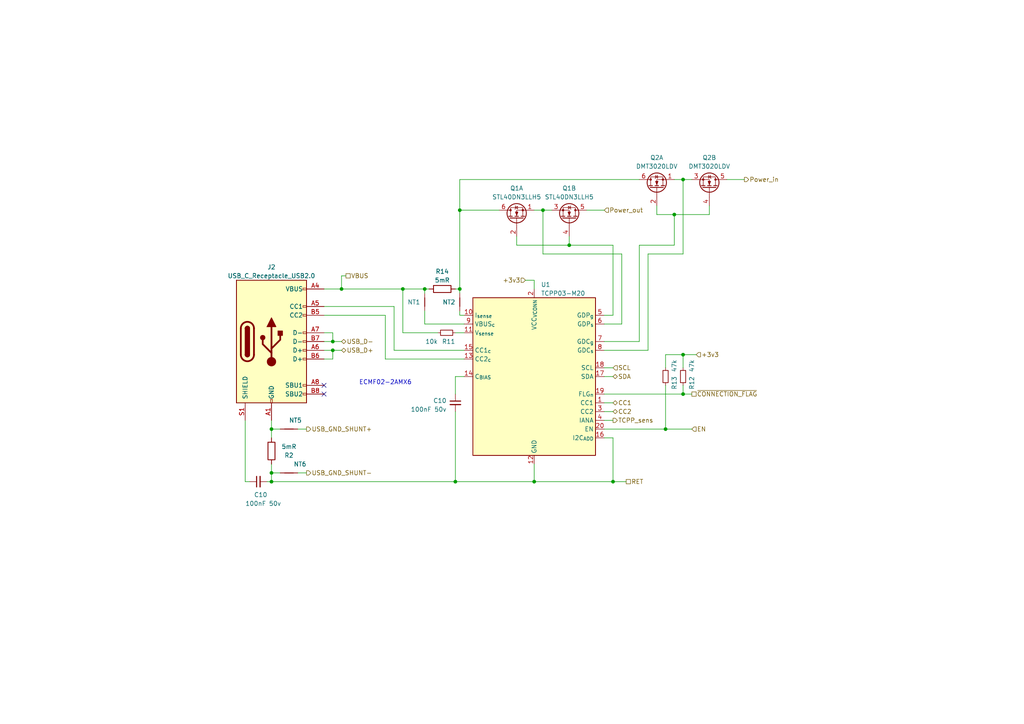
<source format=kicad_sch>
(kicad_sch (version 20230121) (generator eeschema)
  (paper "A4")
  (lib_symbols
    (symbol "Connector:USB_C_Receptacle_USB2.0" (pin_names (offset 1.016))
      (property "Reference" "J" (at -10.16 19.05 0))
      (property "Value" "USB_C_Receptacle_USB2.0" (at 19.05 19.05 0))
      (symbol "USB_C_Receptacle_USB2.0_0_0"
        (rectangle (start -0.254 -17.78) (end 0.254 -16.764))
        (rectangle (start 10.16 -14.986) (end 9.144 -15.494))
        (rectangle (start 10.16 -12.446) (end 9.144 -12.954))
        (rectangle (start 10.16 -4.826) (end 9.144 -5.334))
        (rectangle (start 10.16 -2.286) (end 9.144 -2.794))
        (rectangle (start 10.16 0.254) (end 9.144 -0.254))
        (rectangle (start 10.16 2.794) (end 9.144 2.286))
        (rectangle (start 10.16 7.874) (end 9.144 7.366))
        (rectangle (start 10.16 10.414) (end 9.144 9.906))
        (rectangle (start 10.16 15.494) (end 9.144 14.986))
      )
      (symbol "USB_C_Receptacle_USB2.0_0_1"
        (rectangle (start -10.16 17.78) (end 10.16 -17.78) (stroke (width 0.254)) (fill (type background)))
        (arc (start -8.89 -3.81) (mid -6.985 -5.7067) (end -5.08 -3.81) (stroke (width 0.508)))
        (arc (start -7.62 -3.81) (mid -6.985 -4.4423) (end -6.35 -3.81) (stroke (width 0.254)))
        (arc (start -7.62 -3.81) (mid -6.985 -4.4423) (end -6.35 -3.81) (stroke (width 0.254)) (fill (type outline)))
        (rectangle (start -7.62 -3.81) (end -6.35 3.81) (stroke (width 0.254)) (fill (type outline)))
        (arc (start -6.35 3.81) (mid -6.985 4.4423) (end -7.62 3.81) (stroke (width 0.254)))
        (arc (start -6.35 3.81) (mid -6.985 4.4423) (end -7.62 3.81) (stroke (width 0.254)) (fill (type outline)))
        (arc (start -5.08 3.81) (mid -6.985 5.7067) (end -8.89 3.81) (stroke (width 0.508)))
        (circle (center -2.54 1.143) (radius 0.635) (stroke (width 0.254)) (fill (type outline)))
        (circle (center 0 -5.842) (radius 1.27) (fill (type outline)))
        (polyline (pts (xy -8.89 -3.81) (xy -8.89 3.81)) (stroke (width 0.508)))
        (polyline (pts (xy -5.08 3.81) (xy -5.08 -3.81)) (stroke (width 0.508)))
        (polyline (pts (xy 0 -5.842) (xy 0 4.318)) (stroke (width 0.508)))
        (polyline (pts (xy 0 -3.302) (xy -2.54 -0.762) (xy -2.54 0.508)) (stroke (width 0.508)))
        (polyline (pts (xy 0 -2.032) (xy 2.54 0.508) (xy 2.54 1.778)) (stroke (width 0.508)))
        (polyline (pts (xy -1.27 4.318) (xy 0 6.858) (xy 1.27 4.318) (xy -1.27 4.318)) (stroke (width 0.254)) (fill (type outline)))
        (rectangle (start 1.905 1.778) (end 3.175 3.048) (stroke (width 0.254)) (fill (type outline)))
      )
      (symbol "USB_C_Receptacle_USB2.0_1_1"
        (pin passive line (at 0 -22.86 90) (length 5.08) (name "GND") (number "A1"))
        (pin passive line (at 0 -22.86 90) (length 5.08) hide (name "GND") (number "A12"))
        (pin passive line (at 15.24 15.24 180) (length 5.08) (name "VBUS") (number "A4"))
        (pin bidirectional line (at 15.24 10.16 180) (length 5.08) (name "CC1") (number "A5"))
        (pin bidirectional line (at 15.24 -2.54 180) (length 5.08) (name "D+") (number "A6"))
        (pin bidirectional line (at 15.24 2.54 180) (length 5.08) (name "D-") (number "A7"))
        (pin bidirectional line (at 15.24 -12.7 180) (length 5.08) (name "SBU1") (number "A8"))
        (pin passive line (at 15.24 15.24 180) (length 5.08) hide (name "VBUS") (number "A9"))
        (pin passive line (at 0 -22.86 90) (length 5.08) hide (name "GND") (number "B1"))
        (pin passive line (at 0 -22.86 90) (length 5.08) hide (name "GND") (number "B12"))
        (pin passive line (at 15.24 15.24 180) (length 5.08) hide (name "VBUS") (number "B4"))
        (pin bidirectional line (at 15.24 7.62 180) (length 5.08) (name "CC2") (number "B5"))
        (pin bidirectional line (at 15.24 -5.08 180) (length 5.08) (name "D+") (number "B6"))
        (pin bidirectional line (at 15.24 0 180) (length 5.08) (name "D-") (number "B7"))
        (pin bidirectional line (at 15.24 -15.24 180) (length 5.08) (name "SBU2") (number "B8"))
        (pin passive line (at 15.24 15.24 180) (length 5.08) hide (name "VBUS") (number "B9"))
        (pin passive line (at -7.62 -22.86 90) (length 5.08) (name "SHIELD") (number "S1"))
      )
    )
    (symbol "Device:C_Small" (pin_numbers hide) (pin_names (offset 0.254) hide)
      (property "Reference" "C" (at 0.254 1.778 0))
      (property "Value" "C_Small" (at 0.254 -2.032 0))
      (symbol "C_Small_0_1"
        (polyline (pts (xy -1.524 -0.508) (xy 1.524 -0.508)) (stroke (width 0.3302)))
        (polyline (pts (xy -1.524 0.508) (xy 1.524 0.508)) (stroke (width 0.3048)))
      )
      (symbol "C_Small_1_1"
        (pin passive line (at 0 2.54 270) (length 2.032) (name "~") (number "1"))
        (pin passive line (at 0 -2.54 90) (length 2.032) (name "~") (number "2"))
      )
    )
    (symbol "Device:NetTie_2" (pin_numbers hide) (pin_names (offset 0) hide) (in_bom no)
      (property "Reference" "NT" (at 0 1.27 0))
      (property "Value" "NetTie_2" (at 0 -1.27 0))
      (symbol "NetTie_2_0_1"
        (polyline (pts (xy -1.27 0) (xy 1.27 0)) (stroke (width 0.254)))
      )
      (symbol "NetTie_2_1_1"
        (pin passive line (at -2.54 0 0) (length 2.54) (name "1") (number "1"))
        (pin passive line (at 2.54 0 180) (length 2.54) (name "2") (number "2"))
      )
    )
    (symbol "Device:Q_Dual_NMOS_S1G1S2G2D2D1" (pin_names (offset 0) hide)
      (property "Reference" "Q" (at 6.35 1.27 0))
      (property "Value" "Q_Dual_NMOS_S1G1S2G2D2D1" (at 19.05 -1.27 0))
      (symbol "Q_Dual_NMOS_S1G1S2G2D2D1_0_1"
        (polyline (pts (xy 0.254 0) (xy -2.54 0)))
        (polyline (pts (xy 0.254 1.905) (xy 0.254 -1.905)) (stroke (width 0.254)))
        (polyline (pts (xy 0.762 -1.27) (xy 0.762 -2.286)) (stroke (width 0.254)))
        (polyline (pts (xy 0.762 0.508) (xy 0.762 -0.508)) (stroke (width 0.254)))
        (polyline (pts (xy 0.762 2.286) (xy 0.762 1.27)) (stroke (width 0.254)))
        (polyline (pts (xy 2.54 2.54) (xy 2.54 1.778)))
        (polyline (pts (xy 2.54 -2.54) (xy 2.54 0) (xy 0.762 0)))
        (polyline (pts (xy 0.762 -1.778) (xy 3.302 -1.778) (xy 3.302 1.778) (xy 0.762 1.778)))
        (polyline (pts (xy 1.016 0) (xy 2.032 0.381) (xy 2.032 -0.381) (xy 1.016 0)) (fill (type outline)))
        (polyline (pts (xy 2.794 0.508) (xy 2.921 0.381) (xy 3.683 0.381) (xy 3.81 0.254)))
        (polyline (pts (xy 3.302 0.381) (xy 2.921 -0.254) (xy 3.683 -0.254) (xy 3.302 0.381)))
        (circle (center 1.651 0) (radius 2.794) (stroke (width 0.254)))
        (circle (center 2.54 -1.778) (radius 0.254) (fill (type outline)))
        (circle (center 2.54 1.778) (radius 0.254) (fill (type outline)))
      )
      (symbol "Q_Dual_NMOS_S1G1S2G2D2D1_1_1"
        (pin passive line (at 2.54 -5.08 90) (length 2.54) (name "S") (number "1"))
        (pin input line (at -5.08 0 0) (length 2.54) (name "G") (number "2"))
        (pin passive line (at 2.54 5.08 270) (length 2.54) (name "D") (number "6"))
      )
      (symbol "Q_Dual_NMOS_S1G1S2G2D2D1_2_1"
        (pin passive line (at 2.54 -5.08 90) (length 2.54) (name "S") (number "3"))
        (pin input line (at -5.08 0 0) (length 2.54) (name "G") (number "4"))
        (pin passive line (at 2.54 5.08 270) (length 2.54) (name "D") (number "5"))
      )
    )
    (symbol "Device:R" (pin_numbers hide) (pin_names (offset 0))
      (property "Reference" "R" (at 2.032 0 90))
      (property "Value" "R" (at 0 0 90))
      (symbol "R_0_1"
        (rectangle (start -1.016 -2.54) (end 1.016 2.54) (stroke (width 0.254)))
      )
      (symbol "R_1_1"
        (pin passive line (at 0 3.81 270) (length 1.27) (name "~") (number "1"))
        (pin passive line (at 0 -3.81 90) (length 1.27) (name "~") (number "2"))
      )
    )
    (symbol "Device:R_Small" (pin_numbers hide) (pin_names (offset 0.254) hide)
      (property "Reference" "R" (at 0.762 0.508 0))
      (property "Value" "R_Small" (at 0.762 -1.016 0))
      (symbol "R_Small_0_1"
        (rectangle (start -0.762 1.778) (end 0.762 -1.778) (stroke (width 0.2032)))
      )
      (symbol "R_Small_1_1"
        (pin passive line (at 0 2.54 270) (length 0.762) (name "~") (number "1"))
        (pin passive line (at 0 -2.54 90) (length 0.762) (name "~") (number "2"))
      )
    )
    (symbol "Power_Protection:TCPP03-M20"
      (property "Reference" "U" (at 12.7 25.4 0))
      (property "Value" "TCPP03-M20" (at 0 5.08 0))
      (symbol "TCPP03-M20_0_1"
        (rectangle (start -17.78 22.86) (end 17.78 -22.86) (stroke (width 0.254)) (fill (type background)))
      )
      (symbol "TCPP03-M20_1_1"
        (pin bidirectional line (at 20.32 -7.62 180) (length 2.54) (name "CC1") (number "1"))
        (pin input line (at -20.32 17.78 0) (length 2.54) (name "I_{sense}") (number "10"))
        (pin input line (at -20.32 12.7 0) (length 2.54) (name "V_{sense}") (number "11"))
        (pin power_in line (at 0 -25.4 90) (length 2.54) (name "GND") (number "12"))
        (pin bidirectional line (at -20.32 5.08 0) (length 2.54) (name "CC2_{c}") (number "13"))
        (pin output line (at -20.32 0 0) (length 2.54) (name "C_{BIAS}") (number "14"))
        (pin bidirectional line (at -20.32 7.62 0) (length 2.54) (name "CC1_{c}") (number "15"))
        (pin input line (at 20.32 -17.78 180) (length 2.54) (name "I2C_{ADD}") (number "16"))
        (pin bidirectional line (at 20.32 0 180) (length 2.54) (name "SDA") (number "17"))
        (pin bidirectional line (at 20.32 2.54 180) (length 2.54) (name "SCL") (number "18"))
        (pin bidirectional line (at 20.32 -5.08 180) (length 2.54) (name "FLG_{n}") (number "19"))
        (pin power_in line (at 0 25.4 270) (length 2.54) (name "VCC_{VCONN}") (number "2"))
        (pin input line (at 20.32 -15.24 180) (length 2.54) (name "EN") (number "20"))
        (pin passive line (at 0 -25.4 90) (length 2.54) hide (name "GND") (number "21"))
        (pin bidirectional line (at 20.32 -10.16 180) (length 2.54) (name "CC2") (number "3"))
        (pin output line (at 20.32 -12.7 180) (length 2.54) (name "IANA") (number "4"))
        (pin output line (at 20.32 17.78 180) (length 2.54) (name "GDP_{g}") (number "5"))
        (pin input line (at 20.32 15.24 180) (length 2.54) (name "GDP_{s}") (number "6"))
        (pin output line (at 20.32 10.16 180) (length 2.54) (name "GDC_{g}") (number "7"))
        (pin input line (at 20.32 7.62 180) (length 2.54) (name "GDC_{s}") (number "8"))
        (pin input line (at -20.32 15.24 0) (length 2.54) (name "VBUS_{c}") (number "9"))
      )
    )
  )
  (junction (at 198.12 52.07))
  (junction (at 198.12 102.87))
  (junction (at 99.06 83.82))
  (junction (at 198.12 114.3))
  (junction (at 193.04 124.46))
  (junction (at 165.1 71.12))
  (junction (at 78.74 139.7))
  (junction (at 177.8 139.7))
  (junction (at 154.94 139.7))
  (junction (at 133.35 83.82))
  (junction (at 195.58 62.23))
  (junction (at 133.35 60.96))
  (junction (at 78.74 124.46))
  (junction (at 123.19 83.82))
  (junction (at 157.48 60.96))
  (junction (at 96.52 101.6))
  (junction (at 96.52 99.06))
  (junction (at 132.08 139.7))
  (junction (at 116.84 83.82))
  (junction (at 78.74 137.16))
  (no_connect (at 93.98 114.3))
  (no_connect (at 93.98 111.76))
  (wire (pts (xy 187.96 101.6) (xy 187.96 73.66)))
  (wire (pts (xy 187.96 73.66) (xy 198.12 73.66)))
  (wire (pts (xy 195.58 62.23) (xy 195.58 71.12)))
  (wire (pts (xy 175.26 127) (xy 177.8 127)))
  (wire (pts (xy 175.26 101.6) (xy 187.96 101.6)))
  (wire (pts (xy 123.19 93.98) (xy 134.62 93.98)))
  (wire (pts (xy 99.06 80.01) (xy 99.06 83.82)))
  (wire (pts (xy 123.19 90.17) (xy 123.19 93.98)))
  (wire (pts (xy 111.76 104.14) (xy 134.62 104.14)))
  (wire (pts (xy 190.5 62.23) (xy 195.58 62.23)))
  (wire (pts (xy 77.47 139.7) (xy 78.74 139.7)))
  (wire (pts (xy 198.12 111.76) (xy 198.12 114.3)))
  (wire (pts (xy 157.48 60.96) (xy 160.02 60.96)))
  (wire (pts (xy 96.52 99.06) (xy 99.06 99.06)))
  (wire (pts (xy 165.1 71.12) (xy 177.8 71.12)))
  (wire (pts (xy 198.12 102.87) (xy 201.93 102.87)))
  (wire (pts (xy 175.26 114.3) (xy 198.12 114.3)))
  (wire (pts (xy 175.26 119.38) (xy 177.8 119.38)))
  (wire (pts (xy 114.3 88.9) (xy 93.98 88.9)))
  (wire (pts (xy 132.08 109.22) (xy 134.62 109.22)))
  (wire (pts (xy 175.26 121.92) (xy 177.8 121.92)))
  (wire (pts (xy 134.62 101.6) (xy 114.3 101.6)))
  (wire (pts (xy 78.74 124.46) (xy 78.74 127)))
  (wire (pts (xy 99.06 80.01) (xy 100.33 80.01)))
  (wire (pts (xy 157.48 73.66) (xy 157.48 60.96)))
  (wire (pts (xy 78.74 137.16) (xy 81.28 137.16)))
  (wire (pts (xy 177.8 139.7) (xy 181.61 139.7)))
  (wire (pts (xy 175.26 91.44) (xy 177.8 91.44)))
  (wire (pts (xy 132.08 114.3) (xy 132.08 109.22)))
  (wire (pts (xy 114.3 101.6) (xy 114.3 88.9)))
  (wire (pts (xy 133.35 83.82) (xy 133.35 85.09)))
  (wire (pts (xy 195.58 62.23) (xy 205.74 62.23)))
  (wire (pts (xy 177.8 127) (xy 177.8 139.7)))
  (wire (pts (xy 175.26 124.46) (xy 193.04 124.46)))
  (wire (pts (xy 195.58 52.07) (xy 198.12 52.07)))
  (wire (pts (xy 190.5 59.69) (xy 190.5 62.23)))
  (wire (pts (xy 78.74 134.62) (xy 78.74 137.16)))
  (wire (pts (xy 132.08 83.82) (xy 133.35 83.82)))
  (wire (pts (xy 210.82 52.07) (xy 215.9 52.07)))
  (wire (pts (xy 198.12 52.07) (xy 198.12 73.66)))
  (wire (pts (xy 81.28 124.46) (xy 78.74 124.46)))
  (wire (pts (xy 175.26 116.84) (xy 177.8 116.84)))
  (wire (pts (xy 78.74 139.7) (xy 132.08 139.7)))
  (wire (pts (xy 133.35 91.44) (xy 134.62 91.44)))
  (wire (pts (xy 198.12 114.3) (xy 200.66 114.3)))
  (wire (pts (xy 193.04 106.68) (xy 193.04 102.87)))
  (wire (pts (xy 96.52 104.14) (xy 93.98 104.14)))
  (wire (pts (xy 132.08 119.38) (xy 132.08 139.7)))
  (wire (pts (xy 99.06 83.82) (xy 116.84 83.82)))
  (wire (pts (xy 111.76 91.44) (xy 111.76 104.14)))
  (wire (pts (xy 154.94 81.28) (xy 154.94 83.82)))
  (wire (pts (xy 123.19 85.09) (xy 123.19 83.82)))
  (wire (pts (xy 205.74 59.69) (xy 205.74 62.23)))
  (wire (pts (xy 96.52 101.6) (xy 96.52 104.14)))
  (wire (pts (xy 132.08 96.52) (xy 134.62 96.52)))
  (wire (pts (xy 96.52 101.6) (xy 99.06 101.6)))
  (wire (pts (xy 93.98 83.82) (xy 99.06 83.82)))
  (wire (pts (xy 132.08 139.7) (xy 154.94 139.7)))
  (wire (pts (xy 185.42 99.06) (xy 185.42 71.12)))
  (wire (pts (xy 170.18 60.96) (xy 175.26 60.96)))
  (wire (pts (xy 149.86 71.12) (xy 165.1 71.12)))
  (wire (pts (xy 154.94 60.96) (xy 157.48 60.96)))
  (wire (pts (xy 185.42 71.12) (xy 195.58 71.12)))
  (wire (pts (xy 180.34 93.98) (xy 175.26 93.98)))
  (wire (pts (xy 86.36 124.46) (xy 88.9 124.46)))
  (wire (pts (xy 93.98 91.44) (xy 111.76 91.44)))
  (wire (pts (xy 86.36 137.16) (xy 88.9 137.16)))
  (wire (pts (xy 123.19 83.82) (xy 124.46 83.82)))
  (wire (pts (xy 180.34 93.98) (xy 180.34 73.66)))
  (wire (pts (xy 93.98 101.6) (xy 96.52 101.6)))
  (wire (pts (xy 78.74 121.92) (xy 78.74 124.46)))
  (wire (pts (xy 96.52 96.52) (xy 96.52 99.06)))
  (wire (pts (xy 198.12 102.87) (xy 198.12 106.68)))
  (wire (pts (xy 154.94 139.7) (xy 177.8 139.7)))
  (wire (pts (xy 185.42 99.06) (xy 175.26 99.06)))
  (wire (pts (xy 133.35 60.96) (xy 144.78 60.96)))
  (wire (pts (xy 193.04 111.76) (xy 193.04 124.46)))
  (wire (pts (xy 154.94 134.62) (xy 154.94 139.7)))
  (wire (pts (xy 177.8 71.12) (xy 177.8 91.44)))
  (wire (pts (xy 133.35 60.96) (xy 133.35 83.82)))
  (wire (pts (xy 133.35 52.07) (xy 185.42 52.07)))
  (wire (pts (xy 193.04 102.87) (xy 198.12 102.87)))
  (wire (pts (xy 149.86 71.12) (xy 149.86 68.58)))
  (wire (pts (xy 93.98 96.52) (xy 96.52 96.52)))
  (wire (pts (xy 78.74 137.16) (xy 78.74 139.7)))
  (wire (pts (xy 198.12 52.07) (xy 200.66 52.07)))
  (wire (pts (xy 116.84 96.52) (xy 116.84 83.82)))
  (wire (pts (xy 96.52 99.06) (xy 93.98 99.06)))
  (wire (pts (xy 116.84 96.52) (xy 127 96.52)))
  (wire (pts (xy 193.04 124.46) (xy 200.66 124.46)))
  (wire (pts (xy 133.35 60.96) (xy 133.35 52.07)))
  (wire (pts (xy 71.12 139.7) (xy 72.39 139.7)))
  (wire (pts (xy 180.34 73.66) (xy 157.48 73.66)))
  (wire (pts (xy 175.26 109.22) (xy 177.8 109.22)))
  (wire (pts (xy 165.1 68.58) (xy 165.1 71.12)))
  (wire (pts (xy 175.26 106.68) (xy 177.8 106.68)))
  (wire (pts (xy 133.35 90.17) (xy 133.35 91.44)))
  (wire (pts (xy 152.4 81.28) (xy 154.94 81.28)))
  (wire (pts (xy 116.84 83.82) (xy 123.19 83.82)))
  (wire (pts (xy 71.12 121.92) (xy 71.12 139.7)))
  (text "ECMF02-2AMX6" (at 104.14 111.76 0) (effects (font (size 1.27 1.27)) (justify left bottom)))
  (hierarchical_label "RET" (shape passive) (at 181.61 139.7 0) (property "Intersheetrefs" "${INTERSHEET_REFS}" (effects hide)))
  (hierarchical_label "Power_in" (shape output) (at 215.9 52.07 0) (property "Intersheetrefs" "${INTERSHEET_REFS}" (effects hide)))
  (hierarchical_label "EN" (shape input) (at 200.66 124.46 0) (property "Intersheetrefs" "${INTERSHEET_REFS}" (effects hide)))
  (hierarchical_label "~{CONNECTION_FLAG}" (shape passive) (at 200.66 114.3 0) (property "Intersheetrefs" "${INTERSHEET_REFS}" (effects hide)))
  (hierarchical_label "TCPP_sens" (shape output) (at 177.8 121.92 0) (property "Intersheetrefs" "${INTERSHEET_REFS}" (effects hide)))
  (hierarchical_label "USB_D+" (shape bidirectional) (at 99.06 101.6 0) (property "Intersheetrefs" "${INTERSHEET_REFS}" (effects hide)))
  (hierarchical_label "SCL" (shape input) (at 177.8 106.68 0))
  (hierarchical_label "VBUS" (shape passive) (at 100.33 80.01 0))
  (hierarchical_label "USB_D-" (shape bidirectional) (at 99.06 99.06 0) (property "Intersheetrefs" "${INTERSHEET_REFS}" (effects hide)))
  (hierarchical_label "+3v3" (shape input) (at 201.93 102.87 0))
  (hierarchical_label "CC1" (shape bidirectional) (at 177.8 116.84 0) (property "Intersheetrefs" "${INTERSHEET_REFS}" (effects hide)))
  (hierarchical_label "USB_GND_SHUNT-" (shape output) (at 88.9 137.16 0))
  (hierarchical_label "Power_out" (shape input) (at 175.26 60.96 0) (property "Intersheetrefs" "${INTERSHEET_REFS}" (effects hide)))
  (hierarchical_label "+3v3" (shape input) (at 152.4 81.28 180))
  (hierarchical_label "CC2" (shape bidirectional) (at 177.8 119.38 0) (property "Intersheetrefs" "${INTERSHEET_REFS}" (effects hide)))
  (hierarchical_label "SDA" (shape bidirectional) (at 177.8 109.22 0) (property "Intersheetrefs" "${INTERSHEET_REFS}" (effects hide)))
  (hierarchical_label "USB_GND_SHUNT+" (shape output) (at 88.9 124.46 0))
  (symbol (lib_id "Device:R") (at 78.74 130.81 180) (unit 1)
    (property "Reference" "R2" (at 83.82 132.08 0))
    (property "Value" "5mR" (at 83.82 129.54 0))
    (property "Footprint" "Resistor_SMD:R_1206_3216Metric" (effects hide))
  )
  (symbol (lib_id "Device:R_Small") (at 129.54 96.52 90) (mirror x) (unit 1)
    (property "Reference" "R11" (at 132.08 99.06 90) (effects (justify left)))
    (property "Value" "10k" (at 127 99.06 90) (effects (justify left)))
    (property "Footprint" "Resistor_SMD:R_0603_1608Metric" (effects hide))
  )
  (symbol (lib_id "Device:NetTie_2") (at 123.19 87.63 270) (mirror x) (unit 1) (in_bom no)
    (property "Reference" "NT1" (at 121.92 87.63 90) (effects (justify right)))
    (property "Value" "NetTie_2" (effects hide))
    (property "Footprint" "NetTie:NetTie-2_SMD_Pad0.5mm" (effects hide))
  )
  (symbol (lib_id "Power_Protection:TCPP03-M20") (at 154.94 109.22 0) (unit 1)
    (property "Reference" "U1" (at 156.8959 82.55 0) (effects (justify left)))
    (property "Value" "TCPP03-M20" (at 156.8959 85.09 0) (effects (justify left)))
    (property "Footprint" "Package_DFN_QFN:TQFN-20-1EP_4x4mm_P0.5mm_EP2.1x2.1mm" (effects hide))
    (property "Datasheet" "https://www.st.com/resource/en/datasheet/tcpp03-m20.pdf" (effects hide))
  )
  (symbol (lib_id "Device:R") (at 128.27 83.82 90) (unit 1)
    (property "Reference" "R14" (at 128.27 78.74 90))
    (property "Value" "5mR" (at 128.27 81.28 90))
    (property "Footprint" "Resistor_SMD:R_1206_3216Metric" (effects hide))
  )
  (symbol (lib_id "Device:R_Small") (at 198.12 109.22 0) (unit 1)
    (property "Reference" "R12" (at 200.66 113.03 90) (effects (justify left)))
    (property "Value" "47k" (at 200.66 107.95 90) (effects (justify left)))
    (property "Footprint" "Resistor_SMD:R_0603_1608Metric" (effects hide))
    (instances (project "USB-PD_lipo" (path "" (reference "R12") (unit 1)) (path "" (reference "R13") (unit 1))))
  )
  (symbol (lib_id "Device:NetTie_2") (at 133.35 87.63 270) (mirror x) (unit 1) (in_bom no)
    (property "Reference" "NT2" (at 132.08 87.63 90) (effects (justify right)))
    (property "Value" "NetTie_2" (effects hide))
    (property "Footprint" "NetTie:NetTie-2_SMD_Pad0.5mm" (effects hide))
  )
  (symbol (lib_id "Connector:USB_C_Receptacle_USB2.0") (at 78.74 99.06 0) (unit 1)
    (property "Reference" "J2" (at 78.74 77.47 0))
    (property "Value" "USB_C_Receptacle_USB2.0" (at 78.74 80.01 0))
    (property "Footprint" "Connector_USB:USB_C_Receptacle_HRO_TYPE-C-31-M-12" (effects hide))
    (property "Datasheet" "https://www.usb.org/sites/default/files/documents/usb_type-c.zip" (effects hide))
  )
  (symbol (lib_id "Device:C_Small") (at 74.93 139.7 90) (unit 1)
    (property "Reference" "C10" (at 73.66 143.51 90) (effects (justify right)))
    (property "Value" "100nF 50v" (at 71.12 146.05 90) (effects (justify right)))
    (instances (project "USB-PD_lipo" (path "" (reference "C10") (unit 1)) (path "" (reference "C11") (unit 1))))
  )
  (symbol (lib_id "Device:NetTie_2") (at 83.82 137.16 0) (mirror x) (unit 1) (in_bom no)
    (property "Reference" "NT6" (at 88.9 134.62 0) (effects (justify right)))
    (property "Value" "NetTie_2" (effects hide))
    (property "Footprint" "NetTie:NetTie-2_SMD_Pad0.5mm" (effects hide))
  )
  (symbol (lib_id "Device:Q_Dual_NMOS_S1G1S2G2D2D1") (at 205.74 54.61 270) (mirror x) (unit 2)
    (property "Reference" "Q2" (at 205.74 45.72 90))
    (property "Value" "DMT3020LDV" (at 205.74 48.26 90))
    (property "Footprint" "Package_DFN_QFN:Diodes_PowerDI3333-8_UXC_DFN-8_3.3x3.3mm_P0.65mm" (effects hide))
    (property "Datasheet" "https://www.diodes.com/assets/Datasheets/DMT3020LDV.pdf" (effects hide))
  )
  (symbol (lib_id "Device:C_Small") (at 132.08 116.84 0) (unit 1)
    (property "Reference" "C10" (at 129.54 116.2113 0) (effects (justify right)))
    (property "Value" "100nF 50v" (at 129.54 118.7513 0) (effects (justify right)))
  )
  (symbol (lib_id "Device:NetTie_2") (at 83.82 124.46 0) (mirror y) (unit 1) (in_bom no)
    (property "Reference" "NT5" (at 83.82 121.92 0) (effects (justify right)))
    (property "Value" "NetTie_2" (effects hide))
    (property "Footprint" "NetTie:NetTie-2_SMD_Pad0.5mm" (effects hide))
  )
  (symbol (lib_id "Device:R_Small") (at 193.04 109.22 0) (unit 1)
    (property "Reference" "R13" (at 195.58 113.03 90) (effects (justify left)))
    (property "Value" "47k" (at 195.58 107.95 90) (effects (justify left)))
    (property "Footprint" "Resistor_SMD:R_0603_1608Metric" (effects hide))
    (instances (project "USB-PD_lipo" (path "" (reference "R13") (unit 1)) (path "" (reference "R12") (unit 1))))
  )
  (symbol (lib_id "Device:Q_Dual_NMOS_S1G1S2G2D2D1") (at 149.86 63.5 90) (unit 1)
    (property "Reference" "Q1" (at 149.86 54.61 90))
    (property "Value" "STL40DN3LLH5" (at 149.86 57.15 90))
    (property "Datasheet" "https://www.st.com/en/power-transistors/stl40dn3llh5.html" (effects hide))
  )
  (symbol (lib_id "Device:Q_Dual_NMOS_S1G1S2G2D2D1") (at 165.1 63.5 270) (mirror x) (unit 2)
    (property "Reference" "Q1" (at 165.1 54.61 90))
    (property "Value" "STL40DN3LLH5" (at 165.1 57.15 90))
    (property "Datasheet" "https://www.st.com/en/power-transistors/stl40dn3llh5.html" (effects hide))
  )
  (symbol (lib_id "Device:Q_Dual_NMOS_S1G1S2G2D2D1") (at 190.5 54.61 90) (unit 1)
    (property "Reference" "Q2" (at 190.5 45.72 90))
    (property "Value" "DMT3020LDV" (at 190.5 48.26 90))
    (property "Footprint" "Package_DFN_QFN:Diodes_PowerDI3333-8_UXC_DFN-8_3.3x3.3mm_P0.65mm" (effects hide))
    (property "Datasheet" "https://www.diodes.com/assets/Datasheets/DMT3020LDV.pdf" (effects hide))
  )
)
</source>
